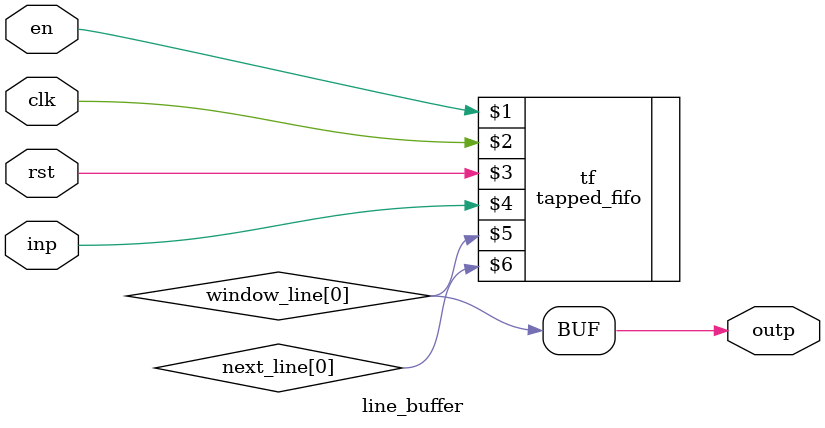
<source format=v>
`ifndef LIB_LINE_BUFFER_V_
`define LIB_LINE_BUFFER_V_

`timescale 1ns/1ps

`include "fifo.v"
`include "tapped_fifo.v"

module line_buffer#(
  parameter WIDTH=1,
  parameter LINE_LENGTH=1,
  parameter NUM_LINES=1,
  parameter WINDOW_WIDTH=1
  ) (
    input wire en,
    input wire clk,
    input wire rst,

    input wire  [WIDTH-1:0] inp,
    output wire [WIDTH*NUM_LINES*WINDOW_WIDTH-1:0] outp
  );

  localparam OUT_WIDTH = WIDTH*NUM_LINES*WINDOW_WIDTH;
  localparam TAP_WIDTH = WIDTH*WINDOW_WIDTH;

  wire[WIDTH*WINDOW_WIDTH-1:0] window_line[NUM_LINES-1:0];

  wire[WIDTH-1:0] next_line[NUM_LINES-1:0];

  tapped_fifo#(.WIDTH(WIDTH), .DEPTH(WINDOW_WIDTH))
      tf(en, clk, rst, inp, window_line[0], next_line[0]);
  assign outp[(OUT_WIDTH-1):(OUT_WIDTH-TAP_WIDTH)] = window_line[0];

  genvar i;
  generate
  for (i = 1; i < NUM_LINES; i=i+1) begin : lines
    wire[WIDTH-1:0] connection;
    fifo#(.WIDTH(WIDTH), .DEPTH(LINE_LENGTH-WINDOW_WIDTH))
         f(en,clk, rst, next_line[i-1], connection);
    tapped_fifo#(.WIDTH(WIDTH), .DEPTH(WINDOW_WIDTH))
         tf(en,clk, rst, connection, window_line[i], next_line[i]);
    assign outp[(OUT_WIDTH-TAP_WIDTH*(i)-1):(OUT_WIDTH-TAP_WIDTH*(i+1))] = 
      window_line[i];
  end
  endgenerate
endmodule

`endif // LIB_LINE_BUFFER_V_

</source>
